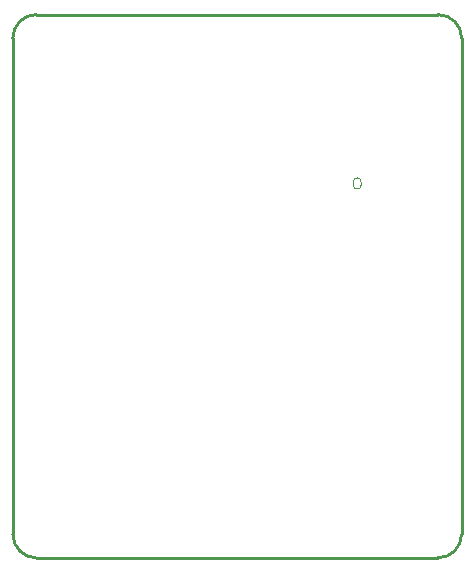
<source format=gm1>
G04*
G04 #@! TF.GenerationSoftware,Altium Limited,Altium Designer,20.0.2 (26)*
G04*
G04 Layer_Color=16711935*
%FSLAX25Y25*%
%MOIN*%
G70*
G01*
G75*
%ADD12C,0.01000*%
%ADD70C,0.00000*%
D12*
X326772Y444882D02*
G03*
X318898Y452756I-7874J0D01*
G01*
Y271654D02*
G03*
X326772Y279528I0J7874D01*
G01*
X177165Y279528D02*
G03*
X185039Y271654I7874J0D01*
G01*
Y452756D02*
G03*
X177165Y444882I0J-7874D01*
G01*
X177165Y279528D02*
Y444882D01*
X185039Y271654D02*
X318898D01*
X326772Y279528D02*
Y444882D01*
X185039Y452756D02*
X318898D01*
D70*
X290689Y395866D02*
G03*
X293248Y395866I1280J0D01*
G01*
Y397047D02*
G03*
X290689Y397047I-1280J0D01*
G01*
X293248Y395866D02*
Y397047D01*
X290689Y395866D02*
Y397047D01*
M02*

</source>
